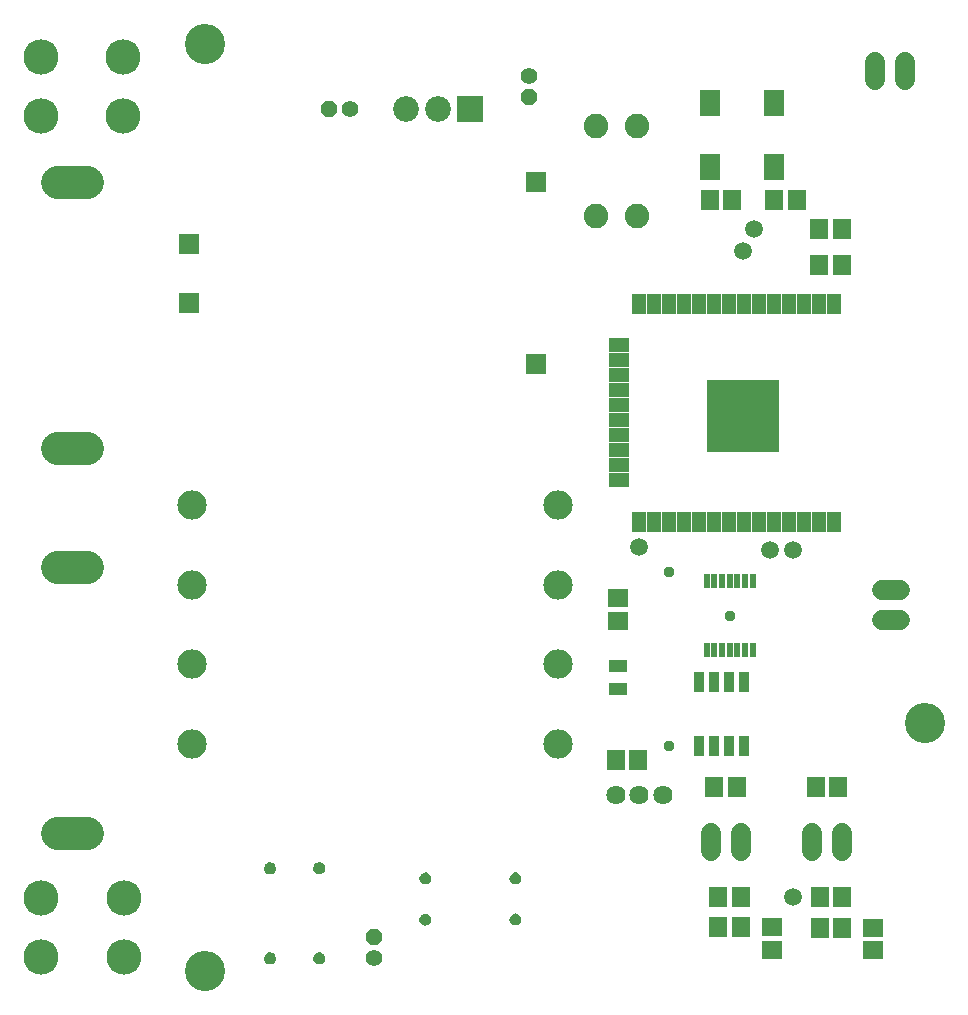
<source format=gbr>
G04 EAGLE Gerber RS-274X export*
G75*
%MOMM*%
%FSLAX34Y34*%
%LPD*%
%INSoldermask Top*%
%IPPOS*%
%AMOC8*
5,1,8,0,0,1.08239X$1,22.5*%
G01*
%ADD10R,1.503200X1.703200*%
%ADD11P,1.539592X8X112.500000*%
%ADD12C,1.422400*%
%ADD13C,2.753200*%
%ADD14R,1.727200X1.727200*%
%ADD15C,2.978200*%
%ADD16R,1.703200X1.503200*%
%ADD17R,1.803200X2.203200*%
%ADD18C,3.403200*%
%ADD19R,1.203200X1.703200*%
%ADD20R,1.703200X1.203200*%
%ADD21R,6.203200X6.203200*%
%ADD22C,2.489200*%
%ADD23C,1.727200*%
%ADD24R,0.853200X1.703200*%
%ADD25C,2.082800*%
%ADD26R,2.183200X2.183200*%
%ADD27C,2.183200*%
%ADD28P,1.539592X8X202.500000*%
%ADD29P,1.539592X8X292.500000*%
%ADD30R,1.603200X1.103200*%
%ADD31R,0.508000X1.193800*%
%ADD32C,1.625600*%
%ADD33C,0.959600*%
%ADD34C,1.503200*%

G36*
X274722Y109404D02*
X274722Y109404D01*
X274813Y109403D01*
X275777Y109534D01*
X275825Y109550D01*
X275914Y109569D01*
X276825Y109911D01*
X276868Y109937D01*
X276952Y109976D01*
X277763Y110513D01*
X277799Y110548D01*
X277872Y110604D01*
X278544Y111308D01*
X278572Y111350D01*
X278630Y111421D01*
X279128Y112257D01*
X279129Y112260D01*
X279131Y112262D01*
X279137Y112281D01*
X279146Y112304D01*
X279186Y112386D01*
X279486Y113312D01*
X279493Y113362D01*
X279515Y113451D01*
X279601Y114420D01*
X279597Y114467D01*
X279600Y114542D01*
X279498Y115518D01*
X279484Y115566D01*
X279468Y115656D01*
X279152Y116585D01*
X279128Y116629D01*
X279091Y116714D01*
X278577Y117549D01*
X278543Y117586D01*
X278489Y117661D01*
X277801Y118361D01*
X277760Y118390D01*
X277691Y118450D01*
X276864Y118979D01*
X276818Y118998D01*
X276737Y119042D01*
X275814Y119374D01*
X275764Y119382D01*
X275675Y119407D01*
X274701Y119525D01*
X274651Y119522D01*
X274565Y119526D01*
X273563Y119431D01*
X273514Y119417D01*
X273424Y119401D01*
X272468Y119085D01*
X272423Y119061D01*
X272339Y119026D01*
X271478Y118504D01*
X271440Y118471D01*
X271365Y118418D01*
X270641Y117718D01*
X270612Y117677D01*
X270551Y117608D01*
X270001Y116765D01*
X269981Y116719D01*
X269937Y116638D01*
X269589Y115694D01*
X269580Y115644D01*
X269555Y115556D01*
X269425Y114558D01*
X269427Y114515D01*
X269426Y114389D01*
X269565Y113378D01*
X269581Y113330D01*
X269600Y113240D01*
X269962Y112285D01*
X269988Y112242D01*
X270027Y112158D01*
X270591Y111308D01*
X270626Y111271D01*
X270683Y111199D01*
X271423Y110495D01*
X271465Y110467D01*
X271536Y110409D01*
X272414Y109888D01*
X272461Y109870D01*
X272543Y109829D01*
X273515Y109516D01*
X273565Y109509D01*
X273654Y109488D01*
X274672Y109399D01*
X274722Y109404D01*
G37*
G36*
X274798Y33128D02*
X274798Y33128D01*
X274889Y33127D01*
X275853Y33258D01*
X275901Y33274D01*
X275990Y33293D01*
X276901Y33635D01*
X276944Y33661D01*
X277028Y33700D01*
X277839Y34237D01*
X277875Y34272D01*
X277948Y34328D01*
X278620Y35032D01*
X278648Y35074D01*
X278706Y35145D01*
X279204Y35981D01*
X279205Y35984D01*
X279207Y35986D01*
X279213Y36005D01*
X279222Y36028D01*
X279262Y36110D01*
X279562Y37036D01*
X279569Y37086D01*
X279591Y37175D01*
X279677Y38144D01*
X279673Y38191D01*
X279676Y38266D01*
X279574Y39242D01*
X279560Y39290D01*
X279544Y39380D01*
X279228Y40309D01*
X279204Y40353D01*
X279167Y40438D01*
X278653Y41273D01*
X278619Y41310D01*
X278565Y41385D01*
X277877Y42085D01*
X277836Y42114D01*
X277767Y42174D01*
X276940Y42703D01*
X276894Y42722D01*
X276813Y42766D01*
X275890Y43098D01*
X275840Y43106D01*
X275751Y43131D01*
X274777Y43249D01*
X274727Y43246D01*
X274641Y43250D01*
X273639Y43155D01*
X273590Y43141D01*
X273500Y43125D01*
X272544Y42809D01*
X272499Y42785D01*
X272415Y42750D01*
X271554Y42228D01*
X271516Y42195D01*
X271441Y42142D01*
X270717Y41442D01*
X270688Y41401D01*
X270627Y41332D01*
X270077Y40489D01*
X270057Y40443D01*
X270013Y40362D01*
X269665Y39418D01*
X269656Y39368D01*
X269631Y39280D01*
X269501Y38282D01*
X269503Y38239D01*
X269502Y38113D01*
X269641Y37102D01*
X269657Y37054D01*
X269676Y36964D01*
X270038Y36009D01*
X270064Y35966D01*
X270103Y35882D01*
X270667Y35032D01*
X270702Y34995D01*
X270759Y34923D01*
X271499Y34219D01*
X271541Y34191D01*
X271612Y34133D01*
X272490Y33612D01*
X272537Y33594D01*
X272619Y33553D01*
X273591Y33240D01*
X273641Y33233D01*
X273730Y33212D01*
X274748Y33123D01*
X274798Y33128D01*
G37*
G36*
X440561Y65903D02*
X440561Y65903D01*
X440687Y65902D01*
X441698Y66041D01*
X441746Y66057D01*
X441836Y66076D01*
X442791Y66438D01*
X442834Y66464D01*
X442918Y66503D01*
X443768Y67067D01*
X443805Y67102D01*
X443877Y67159D01*
X444581Y67899D01*
X444609Y67941D01*
X444667Y68012D01*
X445188Y68890D01*
X445206Y68937D01*
X445247Y69019D01*
X445560Y69991D01*
X445567Y70041D01*
X445588Y70130D01*
X445677Y71148D01*
X445672Y71198D01*
X445673Y71289D01*
X445542Y72253D01*
X445526Y72301D01*
X445507Y72390D01*
X445165Y73301D01*
X445139Y73344D01*
X445100Y73428D01*
X444563Y74239D01*
X444528Y74275D01*
X444472Y74348D01*
X443768Y75020D01*
X443726Y75048D01*
X443655Y75106D01*
X442820Y75604D01*
X442772Y75622D01*
X442690Y75662D01*
X441765Y75962D01*
X441714Y75969D01*
X441625Y75991D01*
X440656Y76077D01*
X440609Y76073D01*
X440534Y76076D01*
X439558Y75974D01*
X439510Y75960D01*
X439420Y75944D01*
X438491Y75628D01*
X438447Y75604D01*
X438362Y75567D01*
X437527Y75053D01*
X437490Y75019D01*
X437415Y74965D01*
X436716Y74277D01*
X436686Y74236D01*
X436626Y74167D01*
X436097Y73340D01*
X436078Y73294D01*
X436034Y73213D01*
X435702Y72290D01*
X435694Y72240D01*
X435669Y72151D01*
X435551Y71177D01*
X435554Y71127D01*
X435550Y71041D01*
X435645Y70039D01*
X435659Y69990D01*
X435675Y69900D01*
X435991Y68944D01*
X436015Y68899D01*
X436051Y68815D01*
X436572Y67954D01*
X436605Y67916D01*
X436658Y67841D01*
X437358Y67117D01*
X437399Y67088D01*
X437468Y67027D01*
X438311Y66477D01*
X438357Y66457D01*
X438438Y66413D01*
X439382Y66065D01*
X439432Y66056D01*
X439520Y66031D01*
X440518Y65901D01*
X440561Y65903D01*
G37*
G36*
X364285Y65827D02*
X364285Y65827D01*
X364411Y65826D01*
X365422Y65965D01*
X365470Y65981D01*
X365560Y66000D01*
X366515Y66362D01*
X366558Y66388D01*
X366642Y66427D01*
X367492Y66991D01*
X367529Y67026D01*
X367601Y67083D01*
X368305Y67823D01*
X368333Y67865D01*
X368391Y67936D01*
X368912Y68814D01*
X368930Y68861D01*
X368971Y68943D01*
X369284Y69915D01*
X369291Y69965D01*
X369312Y70054D01*
X369401Y71072D01*
X369396Y71122D01*
X369397Y71213D01*
X369266Y72177D01*
X369250Y72225D01*
X369231Y72314D01*
X368889Y73225D01*
X368863Y73268D01*
X368824Y73352D01*
X368287Y74163D01*
X368252Y74199D01*
X368196Y74272D01*
X367492Y74944D01*
X367450Y74972D01*
X367379Y75030D01*
X366544Y75528D01*
X366496Y75546D01*
X366414Y75586D01*
X365489Y75886D01*
X365438Y75893D01*
X365349Y75915D01*
X364380Y76001D01*
X364333Y75997D01*
X364258Y76000D01*
X363282Y75898D01*
X363234Y75884D01*
X363144Y75868D01*
X362215Y75552D01*
X362171Y75528D01*
X362086Y75491D01*
X361251Y74977D01*
X361214Y74943D01*
X361139Y74889D01*
X360440Y74201D01*
X360410Y74160D01*
X360350Y74091D01*
X359821Y73264D01*
X359802Y73218D01*
X359758Y73137D01*
X359426Y72214D01*
X359418Y72164D01*
X359393Y72075D01*
X359275Y71101D01*
X359278Y71051D01*
X359274Y70965D01*
X359369Y69963D01*
X359383Y69914D01*
X359399Y69824D01*
X359715Y68868D01*
X359739Y68823D01*
X359775Y68739D01*
X360296Y67878D01*
X360329Y67840D01*
X360382Y67765D01*
X361082Y67041D01*
X361123Y67012D01*
X361192Y66951D01*
X362035Y66401D01*
X362081Y66381D01*
X362162Y66337D01*
X363106Y65989D01*
X363156Y65980D01*
X363244Y65955D01*
X364242Y65825D01*
X364285Y65827D01*
G37*
G36*
X233861Y109445D02*
X233861Y109445D01*
X233910Y109459D01*
X234000Y109475D01*
X234956Y109791D01*
X235001Y109815D01*
X235085Y109851D01*
X235946Y110372D01*
X235984Y110405D01*
X236059Y110458D01*
X236783Y111158D01*
X236812Y111199D01*
X236873Y111268D01*
X237423Y112111D01*
X237443Y112157D01*
X237487Y112238D01*
X237835Y113182D01*
X237844Y113232D01*
X237869Y113320D01*
X237999Y114318D01*
X237997Y114361D01*
X237998Y114487D01*
X237859Y115498D01*
X237843Y115546D01*
X237824Y115636D01*
X237462Y116591D01*
X237436Y116634D01*
X237398Y116718D01*
X236833Y117568D01*
X236798Y117605D01*
X236741Y117677D01*
X236002Y118381D01*
X235959Y118409D01*
X235888Y118467D01*
X235010Y118988D01*
X234963Y119006D01*
X234881Y119047D01*
X233909Y119360D01*
X233859Y119367D01*
X233770Y119388D01*
X232752Y119477D01*
X232702Y119472D01*
X232611Y119473D01*
X231647Y119342D01*
X231599Y119326D01*
X231510Y119307D01*
X230599Y118965D01*
X230556Y118939D01*
X230473Y118900D01*
X229661Y118363D01*
X229625Y118328D01*
X229552Y118272D01*
X228880Y117568D01*
X228853Y117526D01*
X228794Y117455D01*
X228296Y116620D01*
X228278Y116572D01*
X228238Y116490D01*
X227938Y115565D01*
X227931Y115514D01*
X227909Y115425D01*
X227823Y114456D01*
X227827Y114409D01*
X227824Y114334D01*
X227926Y113358D01*
X227940Y113310D01*
X227956Y113220D01*
X228272Y112291D01*
X228297Y112247D01*
X228333Y112162D01*
X228847Y111327D01*
X228881Y111290D01*
X228935Y111215D01*
X229623Y110516D01*
X229664Y110486D01*
X229733Y110426D01*
X230560Y109897D01*
X230606Y109878D01*
X230687Y109834D01*
X231610Y109502D01*
X231660Y109494D01*
X231749Y109469D01*
X232723Y109351D01*
X232773Y109354D01*
X232859Y109350D01*
X233861Y109445D01*
G37*
G36*
X440667Y100803D02*
X440667Y100803D01*
X440742Y100800D01*
X441718Y100902D01*
X441766Y100916D01*
X441856Y100932D01*
X442785Y101248D01*
X442829Y101273D01*
X442914Y101309D01*
X443749Y101823D01*
X443786Y101857D01*
X443861Y101911D01*
X444561Y102599D01*
X444590Y102640D01*
X444650Y102709D01*
X445179Y103536D01*
X445198Y103582D01*
X445242Y103663D01*
X445574Y104586D01*
X445582Y104636D01*
X445607Y104725D01*
X445725Y105699D01*
X445722Y105749D01*
X445726Y105835D01*
X445631Y106837D01*
X445617Y106886D01*
X445601Y106976D01*
X445285Y107932D01*
X445261Y107977D01*
X445226Y108061D01*
X444704Y108922D01*
X444671Y108960D01*
X444618Y109035D01*
X443918Y109759D01*
X443877Y109788D01*
X443808Y109849D01*
X442965Y110399D01*
X442919Y110419D01*
X442838Y110463D01*
X441894Y110811D01*
X441844Y110820D01*
X441756Y110845D01*
X440758Y110975D01*
X440715Y110973D01*
X440589Y110974D01*
X439578Y110835D01*
X439530Y110819D01*
X439440Y110800D01*
X438485Y110438D01*
X438442Y110412D01*
X438358Y110374D01*
X437508Y109809D01*
X437471Y109774D01*
X437399Y109717D01*
X436695Y108978D01*
X436667Y108935D01*
X436609Y108864D01*
X436088Y107986D01*
X436070Y107939D01*
X436029Y107857D01*
X435716Y106885D01*
X435709Y106835D01*
X435688Y106746D01*
X435599Y105728D01*
X435604Y105678D01*
X435603Y105587D01*
X435734Y104623D01*
X435750Y104575D01*
X435769Y104486D01*
X436111Y103575D01*
X436137Y103532D01*
X436176Y103449D01*
X436713Y102637D01*
X436748Y102601D01*
X436804Y102528D01*
X437508Y101856D01*
X437550Y101829D01*
X437621Y101770D01*
X438457Y101272D01*
X438504Y101254D01*
X438586Y101214D01*
X439512Y100914D01*
X439562Y100907D01*
X439651Y100885D01*
X440620Y100799D01*
X440667Y100803D01*
G37*
G36*
X364391Y100727D02*
X364391Y100727D01*
X364466Y100724D01*
X365442Y100826D01*
X365490Y100840D01*
X365580Y100856D01*
X366509Y101172D01*
X366553Y101197D01*
X366638Y101233D01*
X367473Y101747D01*
X367510Y101781D01*
X367585Y101835D01*
X368285Y102523D01*
X368314Y102564D01*
X368374Y102633D01*
X368903Y103460D01*
X368922Y103506D01*
X368966Y103587D01*
X369298Y104510D01*
X369306Y104560D01*
X369331Y104649D01*
X369449Y105623D01*
X369446Y105673D01*
X369450Y105759D01*
X369355Y106761D01*
X369341Y106810D01*
X369325Y106900D01*
X369009Y107856D01*
X368985Y107901D01*
X368950Y107985D01*
X368428Y108846D01*
X368395Y108884D01*
X368342Y108959D01*
X367642Y109683D01*
X367601Y109712D01*
X367532Y109773D01*
X366689Y110323D01*
X366643Y110343D01*
X366562Y110387D01*
X365618Y110735D01*
X365568Y110744D01*
X365480Y110769D01*
X364482Y110899D01*
X364439Y110897D01*
X364313Y110898D01*
X363302Y110759D01*
X363254Y110743D01*
X363164Y110724D01*
X362209Y110362D01*
X362166Y110336D01*
X362082Y110298D01*
X361232Y109733D01*
X361195Y109698D01*
X361123Y109641D01*
X360419Y108902D01*
X360391Y108859D01*
X360333Y108788D01*
X359812Y107910D01*
X359794Y107863D01*
X359753Y107781D01*
X359440Y106809D01*
X359433Y106759D01*
X359412Y106670D01*
X359323Y105652D01*
X359328Y105602D01*
X359327Y105511D01*
X359458Y104547D01*
X359474Y104499D01*
X359493Y104410D01*
X359835Y103499D01*
X359861Y103456D01*
X359900Y103373D01*
X360437Y102561D01*
X360472Y102525D01*
X360528Y102452D01*
X361232Y101780D01*
X361274Y101753D01*
X361345Y101694D01*
X362181Y101196D01*
X362228Y101178D01*
X362310Y101138D01*
X363236Y100838D01*
X363286Y100831D01*
X363375Y100809D01*
X364344Y100723D01*
X364391Y100727D01*
G37*
G36*
X233937Y33169D02*
X233937Y33169D01*
X233986Y33183D01*
X234076Y33199D01*
X235032Y33515D01*
X235077Y33539D01*
X235161Y33575D01*
X236022Y34096D01*
X236060Y34129D01*
X236135Y34182D01*
X236859Y34882D01*
X236888Y34923D01*
X236949Y34992D01*
X237499Y35835D01*
X237519Y35881D01*
X237563Y35962D01*
X237911Y36906D01*
X237920Y36956D01*
X237945Y37044D01*
X238075Y38042D01*
X238073Y38085D01*
X238074Y38211D01*
X237935Y39222D01*
X237919Y39270D01*
X237900Y39360D01*
X237538Y40315D01*
X237512Y40358D01*
X237474Y40442D01*
X236909Y41292D01*
X236874Y41329D01*
X236817Y41401D01*
X236078Y42105D01*
X236035Y42133D01*
X235964Y42191D01*
X235086Y42712D01*
X235039Y42730D01*
X234957Y42771D01*
X233985Y43084D01*
X233935Y43091D01*
X233846Y43112D01*
X232828Y43201D01*
X232778Y43196D01*
X232687Y43197D01*
X231723Y43066D01*
X231675Y43050D01*
X231586Y43031D01*
X230675Y42689D01*
X230632Y42663D01*
X230549Y42624D01*
X229737Y42087D01*
X229701Y42052D01*
X229628Y41996D01*
X228956Y41292D01*
X228929Y41250D01*
X228870Y41179D01*
X228372Y40344D01*
X228354Y40296D01*
X228314Y40214D01*
X228014Y39289D01*
X228007Y39238D01*
X227985Y39149D01*
X227899Y38180D01*
X227903Y38133D01*
X227900Y38058D01*
X228002Y37082D01*
X228016Y37034D01*
X228032Y36944D01*
X228348Y36015D01*
X228373Y35971D01*
X228409Y35886D01*
X228923Y35051D01*
X228957Y35014D01*
X229011Y34939D01*
X229699Y34240D01*
X229740Y34210D01*
X229809Y34150D01*
X230636Y33621D01*
X230682Y33602D01*
X230763Y33558D01*
X231686Y33226D01*
X231736Y33218D01*
X231825Y33193D01*
X232799Y33075D01*
X232849Y33078D01*
X232935Y33074D01*
X233937Y33169D01*
G37*
D10*
X697900Y655200D03*
X716900Y655200D03*
X697900Y625100D03*
X716900Y625100D03*
D11*
X321300Y56090D03*
D12*
X321300Y38310D03*
D13*
X78350Y695622D02*
X52850Y695622D01*
X52850Y470578D02*
X78350Y470578D01*
D14*
X164400Y643100D03*
X164400Y593100D03*
X458400Y695100D03*
X458400Y541100D03*
D15*
X108800Y751500D03*
X108800Y801500D03*
X38700Y801500D03*
X38700Y751500D03*
X39000Y89200D03*
X39000Y39200D03*
X109100Y39200D03*
X109100Y89200D03*
D10*
X660000Y679900D03*
X679000Y679900D03*
X605000Y679900D03*
X624000Y679900D03*
D16*
X527900Y324100D03*
X527900Y343100D03*
D17*
X660000Y708000D03*
X660000Y762000D03*
X605000Y708000D03*
X605000Y762000D03*
D18*
X787600Y237400D03*
X177700Y812200D03*
X177700Y27600D03*
D19*
X672500Y592500D03*
X659800Y592500D03*
X647100Y592500D03*
X634400Y592500D03*
X621700Y592500D03*
X609000Y592500D03*
X596300Y592500D03*
X583600Y592500D03*
D20*
X528100Y442700D03*
D19*
X545500Y407500D03*
X558200Y407500D03*
X570900Y407500D03*
X583600Y407500D03*
X596300Y407500D03*
X609000Y407500D03*
X621700Y407500D03*
D20*
X528100Y531600D03*
D19*
X570900Y592500D03*
X558200Y592500D03*
X545500Y592500D03*
D20*
X528100Y557000D03*
X528100Y544300D03*
D19*
X685200Y592500D03*
X697900Y592500D03*
X710600Y592500D03*
D20*
X528100Y518900D03*
X528100Y506200D03*
X528100Y493500D03*
X528100Y455400D03*
X528100Y468100D03*
X528100Y480800D03*
D19*
X634400Y407500D03*
X647100Y407500D03*
X659800Y407500D03*
X672500Y407500D03*
X685200Y407500D03*
X697900Y407500D03*
X710600Y407500D03*
D21*
X633600Y497000D03*
D13*
X78150Y144078D02*
X52650Y144078D01*
X52650Y369122D02*
X78150Y369122D01*
D22*
X166680Y421560D03*
X166680Y354250D03*
X166680Y286950D03*
X166680Y219640D03*
X476690Y421560D03*
X476690Y354250D03*
X476690Y286950D03*
X476690Y219640D03*
D10*
X628100Y183300D03*
X609100Y183300D03*
D16*
X658300Y64200D03*
X658300Y45200D03*
D10*
X612400Y64200D03*
X631400Y64200D03*
X631400Y90200D03*
X612400Y90200D03*
D23*
X605900Y129080D02*
X605900Y144320D01*
X631300Y144320D02*
X631300Y129080D01*
D24*
X596350Y217700D03*
X609050Y217700D03*
X621750Y217700D03*
X634450Y217700D03*
X634450Y271700D03*
X621750Y271700D03*
X609050Y271700D03*
X596350Y271700D03*
D25*
X509200Y667000D03*
X509200Y743200D03*
X543500Y666900D03*
X543500Y743100D03*
D10*
X713900Y183300D03*
X694900Y183300D03*
D16*
X743300Y64100D03*
X743300Y45100D03*
D10*
X698200Y64100D03*
X717200Y64100D03*
X717200Y90100D03*
X698200Y90100D03*
D23*
X691700Y129080D02*
X691700Y144320D01*
X717100Y144320D02*
X717100Y129080D01*
D26*
X402100Y756800D03*
D27*
X375100Y756800D03*
X348100Y756800D03*
D28*
X283010Y756800D03*
D12*
X300790Y756800D03*
D29*
X452400Y767210D03*
D12*
X452400Y784990D03*
D23*
X751380Y324300D02*
X766620Y324300D01*
X766620Y349700D02*
X751380Y349700D01*
X770900Y781680D02*
X770900Y796920D01*
X745500Y796920D02*
X745500Y781680D01*
D30*
X527800Y266500D03*
X527800Y285500D03*
D31*
X641500Y357178D03*
X635000Y357178D03*
X628500Y357178D03*
X622000Y357178D03*
X615500Y357178D03*
X609000Y357178D03*
X602500Y357178D03*
X602500Y298822D03*
X609000Y298822D03*
X615500Y298822D03*
X622000Y298822D03*
X628500Y298822D03*
X635000Y298822D03*
X641500Y298822D03*
D10*
X525500Y205800D03*
X544500Y205800D03*
D32*
X565500Y176200D03*
X545500Y176200D03*
X525500Y176200D03*
D33*
X621950Y328050D03*
D34*
X675400Y383400D03*
X656600Y383500D03*
X545500Y386500D03*
X643000Y656000D03*
X633000Y637000D03*
D33*
X570900Y365200D03*
X570900Y217700D03*
D34*
X675500Y90100D03*
M02*

</source>
